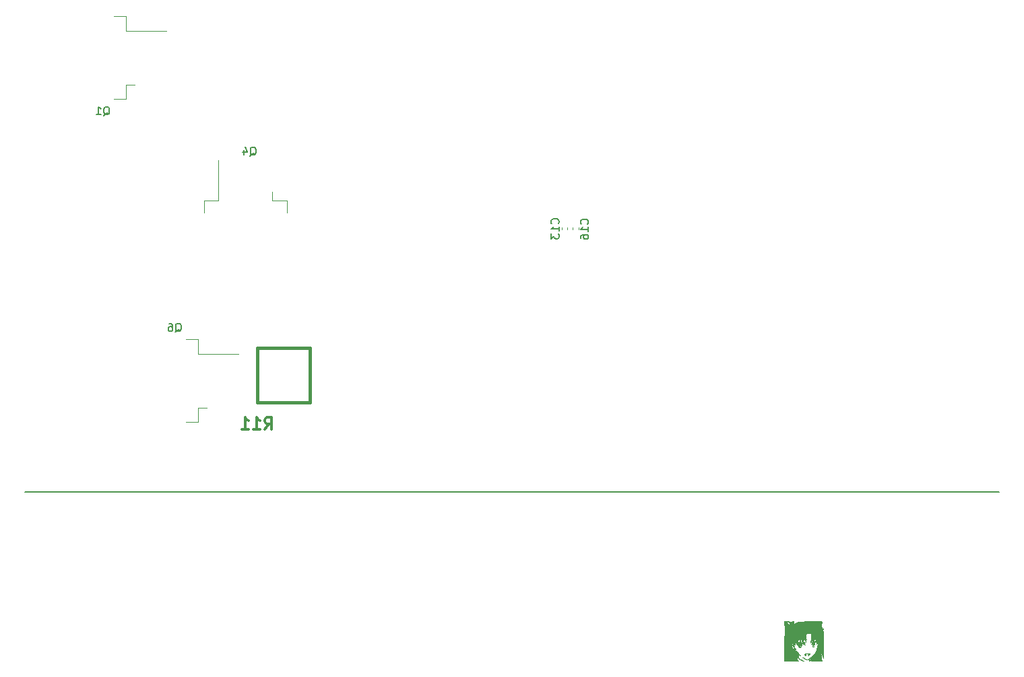
<source format=gbr>
G04 #@! TF.GenerationSoftware,KiCad,Pcbnew,(5.1.4)-1*
G04 #@! TF.CreationDate,2021-08-24T20:52:13-05:00*
G04 #@! TF.ProjectId,Mocos_2021,4d6f636f-735f-4323-9032-312e6b696361,rev?*
G04 #@! TF.SameCoordinates,Original*
G04 #@! TF.FileFunction,Legend,Bot*
G04 #@! TF.FilePolarity,Positive*
%FSLAX46Y46*%
G04 Gerber Fmt 4.6, Leading zero omitted, Abs format (unit mm)*
G04 Created by KiCad (PCBNEW (5.1.4)-1) date 2021-08-24 20:52:13*
%MOMM*%
%LPD*%
G04 APERTURE LIST*
%ADD10C,0.150000*%
%ADD11C,0.010000*%
%ADD12C,0.120000*%
%ADD13C,0.381000*%
%ADD14C,0.304800*%
G04 APERTURE END LIST*
D10*
X186944000Y-130429000D02*
X64516000Y-130429000D01*
D11*
G36*
X163833508Y-148705988D02*
G01*
X163831357Y-148707952D01*
X163810363Y-148754725D01*
X163811972Y-148784152D01*
X163822746Y-148809888D01*
X163827054Y-148801627D01*
X163837641Y-148753332D01*
X163846439Y-148725427D01*
X163853048Y-148694960D01*
X163833508Y-148705988D01*
X163833508Y-148705988D01*
G37*
X163833508Y-148705988D02*
X163831357Y-148707952D01*
X163810363Y-148754725D01*
X163811972Y-148784152D01*
X163822746Y-148809888D01*
X163827054Y-148801627D01*
X163837641Y-148753332D01*
X163846439Y-148725427D01*
X163853048Y-148694960D01*
X163833508Y-148705988D01*
G36*
X163830000Y-148856700D02*
G01*
X163842700Y-148869400D01*
X163855400Y-148856700D01*
X163842700Y-148844000D01*
X163830000Y-148856700D01*
X163830000Y-148856700D01*
G37*
X163830000Y-148856700D02*
X163842700Y-148869400D01*
X163855400Y-148856700D01*
X163842700Y-148844000D01*
X163830000Y-148856700D01*
G36*
X164084000Y-149085300D02*
G01*
X164096700Y-149098000D01*
X164109400Y-149085300D01*
X164096700Y-149072600D01*
X164084000Y-149085300D01*
X164084000Y-149085300D01*
G37*
X164084000Y-149085300D02*
X164096700Y-149098000D01*
X164109400Y-149085300D01*
X164096700Y-149072600D01*
X164084000Y-149085300D01*
G36*
X164058600Y-149136100D02*
G01*
X164071300Y-149148800D01*
X164084000Y-149136100D01*
X164071300Y-149123400D01*
X164058600Y-149136100D01*
X164058600Y-149136100D01*
G37*
X164058600Y-149136100D02*
X164071300Y-149148800D01*
X164084000Y-149136100D01*
X164071300Y-149123400D01*
X164058600Y-149136100D01*
G36*
X164058600Y-149186900D02*
G01*
X164071300Y-149199600D01*
X164084000Y-149186900D01*
X164071300Y-149174200D01*
X164058600Y-149186900D01*
X164058600Y-149186900D01*
G37*
X164058600Y-149186900D02*
X164071300Y-149199600D01*
X164084000Y-149186900D01*
X164071300Y-149174200D01*
X164058600Y-149186900D01*
G36*
X161721800Y-149085300D02*
G01*
X161734500Y-149098000D01*
X161747200Y-149085300D01*
X161734500Y-149072600D01*
X161721800Y-149085300D01*
X161721800Y-149085300D01*
G37*
X161721800Y-149085300D02*
X161734500Y-149098000D01*
X161747200Y-149085300D01*
X161734500Y-149072600D01*
X161721800Y-149085300D01*
G36*
X164642800Y-146850100D02*
G01*
X164655500Y-146862800D01*
X164668200Y-146850100D01*
X164655500Y-146837400D01*
X164642800Y-146850100D01*
X164642800Y-146850100D01*
G37*
X164642800Y-146850100D02*
X164655500Y-146862800D01*
X164668200Y-146850100D01*
X164655500Y-146837400D01*
X164642800Y-146850100D01*
G36*
X164642800Y-146977100D02*
G01*
X164655500Y-146989800D01*
X164668200Y-146977100D01*
X164655500Y-146964400D01*
X164642800Y-146977100D01*
X164642800Y-146977100D01*
G37*
X164642800Y-146977100D02*
X164655500Y-146989800D01*
X164668200Y-146977100D01*
X164655500Y-146964400D01*
X164642800Y-146977100D01*
G36*
X162420300Y-149380970D02*
G01*
X162471100Y-149402800D01*
X162530441Y-149421596D01*
X162560000Y-149426025D01*
X162585283Y-149423703D01*
X162566433Y-149406997D01*
X162560000Y-149402800D01*
X162502331Y-149382320D01*
X162471100Y-149379574D01*
X162420300Y-149380970D01*
X162420300Y-149380970D01*
G37*
X162420300Y-149380970D02*
X162471100Y-149402800D01*
X162530441Y-149421596D01*
X162560000Y-149426025D01*
X162585283Y-149423703D01*
X162566433Y-149406997D01*
X162560000Y-149402800D01*
X162502331Y-149382320D01*
X162471100Y-149379574D01*
X162420300Y-149380970D01*
G36*
X162466867Y-149512866D02*
G01*
X162470354Y-149527966D01*
X162483800Y-149529800D01*
X162504708Y-149520506D01*
X162500734Y-149512866D01*
X162470590Y-149509826D01*
X162466867Y-149512866D01*
X162466867Y-149512866D01*
G37*
X162466867Y-149512866D02*
X162470354Y-149527966D01*
X162483800Y-149529800D01*
X162504708Y-149520506D01*
X162500734Y-149512866D01*
X162470590Y-149509826D01*
X162466867Y-149512866D01*
G36*
X163550600Y-149771100D02*
G01*
X163563300Y-149783800D01*
X163576000Y-149771100D01*
X163563300Y-149758400D01*
X163550600Y-149771100D01*
X163550600Y-149771100D01*
G37*
X163550600Y-149771100D02*
X163563300Y-149783800D01*
X163576000Y-149771100D01*
X163563300Y-149758400D01*
X163550600Y-149771100D01*
G36*
X161781067Y-149817666D02*
G01*
X161778027Y-149847810D01*
X161781067Y-149851533D01*
X161796167Y-149848046D01*
X161798000Y-149834600D01*
X161788707Y-149813692D01*
X161781067Y-149817666D01*
X161781067Y-149817666D01*
G37*
X161781067Y-149817666D02*
X161778027Y-149847810D01*
X161781067Y-149851533D01*
X161796167Y-149848046D01*
X161798000Y-149834600D01*
X161788707Y-149813692D01*
X161781067Y-149817666D01*
G36*
X160982327Y-149667383D02*
G01*
X160948038Y-149721655D01*
X160934965Y-149762406D01*
X160948000Y-149768792D01*
X160979176Y-149739582D01*
X160984394Y-149733000D01*
X161023564Y-149691963D01*
X161052890Y-149691134D01*
X161064420Y-149700561D01*
X161082736Y-149737847D01*
X161067619Y-149792974D01*
X161066487Y-149795479D01*
X161051444Y-149880479D01*
X161060486Y-149916818D01*
X161076247Y-149951017D01*
X161083034Y-149942598D01*
X161085190Y-149893249D01*
X161094519Y-149822617D01*
X161114848Y-149794576D01*
X161140278Y-149803810D01*
X161164907Y-149845004D01*
X161182836Y-149912842D01*
X161188400Y-149986223D01*
X161199210Y-150072256D01*
X161225800Y-150149205D01*
X161231562Y-150159343D01*
X161274724Y-150228300D01*
X161206262Y-150166816D01*
X161151426Y-150125458D01*
X161125885Y-150119922D01*
X161135182Y-150145792D01*
X161176259Y-150190724D01*
X161227677Y-150229504D01*
X161278952Y-150254498D01*
X161317519Y-150262002D01*
X161330813Y-150248309D01*
X161325482Y-150234726D01*
X161298582Y-150192184D01*
X161259572Y-150134280D01*
X161259228Y-150133782D01*
X161221270Y-150037619D01*
X161217158Y-149953128D01*
X161215630Y-149881811D01*
X161197005Y-149823302D01*
X161153331Y-149757482D01*
X161126592Y-149724023D01*
X161030254Y-149606454D01*
X160982327Y-149667383D01*
X160982327Y-149667383D01*
G37*
X160982327Y-149667383D02*
X160948038Y-149721655D01*
X160934965Y-149762406D01*
X160948000Y-149768792D01*
X160979176Y-149739582D01*
X160984394Y-149733000D01*
X161023564Y-149691963D01*
X161052890Y-149691134D01*
X161064420Y-149700561D01*
X161082736Y-149737847D01*
X161067619Y-149792974D01*
X161066487Y-149795479D01*
X161051444Y-149880479D01*
X161060486Y-149916818D01*
X161076247Y-149951017D01*
X161083034Y-149942598D01*
X161085190Y-149893249D01*
X161094519Y-149822617D01*
X161114848Y-149794576D01*
X161140278Y-149803810D01*
X161164907Y-149845004D01*
X161182836Y-149912842D01*
X161188400Y-149986223D01*
X161199210Y-150072256D01*
X161225800Y-150149205D01*
X161231562Y-150159343D01*
X161274724Y-150228300D01*
X161206262Y-150166816D01*
X161151426Y-150125458D01*
X161125885Y-150119922D01*
X161135182Y-150145792D01*
X161176259Y-150190724D01*
X161227677Y-150229504D01*
X161278952Y-150254498D01*
X161317519Y-150262002D01*
X161330813Y-150248309D01*
X161325482Y-150234726D01*
X161298582Y-150192184D01*
X161259572Y-150134280D01*
X161259228Y-150133782D01*
X161221270Y-150037619D01*
X161217158Y-149953128D01*
X161215630Y-149881811D01*
X161197005Y-149823302D01*
X161153331Y-149757482D01*
X161126592Y-149724023D01*
X161030254Y-149606454D01*
X160982327Y-149667383D01*
G36*
X162864800Y-150837900D02*
G01*
X162877500Y-150850600D01*
X162890200Y-150837900D01*
X162877500Y-150825200D01*
X162864800Y-150837900D01*
X162864800Y-150837900D01*
G37*
X162864800Y-150837900D02*
X162877500Y-150850600D01*
X162890200Y-150837900D01*
X162877500Y-150825200D01*
X162864800Y-150837900D01*
G36*
X162941000Y-150837900D02*
G01*
X162953700Y-150850600D01*
X162966400Y-150837900D01*
X162953700Y-150825200D01*
X162941000Y-150837900D01*
X162941000Y-150837900D01*
G37*
X162941000Y-150837900D02*
X162953700Y-150850600D01*
X162966400Y-150837900D01*
X162953700Y-150825200D01*
X162941000Y-150837900D01*
G36*
X162610800Y-150888700D02*
G01*
X162623500Y-150901400D01*
X162636200Y-150888700D01*
X162623500Y-150876000D01*
X162610800Y-150888700D01*
X162610800Y-150888700D01*
G37*
X162610800Y-150888700D02*
X162623500Y-150901400D01*
X162636200Y-150888700D01*
X162623500Y-150876000D01*
X162610800Y-150888700D01*
G36*
X162991800Y-150914100D02*
G01*
X163004500Y-150926800D01*
X163017200Y-150914100D01*
X163004500Y-150901400D01*
X162991800Y-150914100D01*
X162991800Y-150914100D01*
G37*
X162991800Y-150914100D02*
X163004500Y-150926800D01*
X163017200Y-150914100D01*
X163004500Y-150901400D01*
X162991800Y-150914100D01*
G36*
X162757663Y-150769151D02*
G01*
X162662983Y-150786328D01*
X162578235Y-150808109D01*
X162520884Y-150831121D01*
X162510857Y-150838500D01*
X162488163Y-150871612D01*
X162495464Y-150911689D01*
X162509852Y-150940717D01*
X162553852Y-150999552D01*
X162597095Y-151034525D01*
X162632200Y-151050907D01*
X162628377Y-151037794D01*
X162614964Y-151020971D01*
X162594204Y-150976736D01*
X162597233Y-150953603D01*
X162594450Y-150937943D01*
X162574020Y-150942508D01*
X162540582Y-150944413D01*
X162542182Y-150914502D01*
X162571267Y-150867860D01*
X162587424Y-150857880D01*
X162555906Y-150857880D01*
X162549726Y-150872075D01*
X162524151Y-150899343D01*
X162509448Y-150893749D01*
X162509200Y-150890199D01*
X162527242Y-150868715D01*
X162538525Y-150860874D01*
X162555906Y-150857880D01*
X162587424Y-150857880D01*
X162609950Y-150843967D01*
X162678590Y-150823727D01*
X162763455Y-150808606D01*
X162850812Y-150800067D01*
X162926930Y-150799574D01*
X162978075Y-150808590D01*
X162991800Y-150823032D01*
X163005488Y-150842598D01*
X163014539Y-150839544D01*
X163041798Y-150845807D01*
X163050723Y-150860529D01*
X163045892Y-150907553D01*
X163012454Y-150970102D01*
X162960528Y-151030827D01*
X162942166Y-151046642D01*
X162919625Y-151071667D01*
X162924939Y-151078392D01*
X162953767Y-151062218D01*
X163004545Y-151019737D01*
X163045589Y-150980588D01*
X163114668Y-150902790D01*
X163140772Y-150847801D01*
X163123973Y-150811456D01*
X163064345Y-150789589D01*
X163048950Y-150786850D01*
X162972919Y-150774147D01*
X162912341Y-150763152D01*
X162906963Y-150762079D01*
X162844811Y-150759944D01*
X162757663Y-150769151D01*
X162757663Y-150769151D01*
G37*
X162757663Y-150769151D02*
X162662983Y-150786328D01*
X162578235Y-150808109D01*
X162520884Y-150831121D01*
X162510857Y-150838500D01*
X162488163Y-150871612D01*
X162495464Y-150911689D01*
X162509852Y-150940717D01*
X162553852Y-150999552D01*
X162597095Y-151034525D01*
X162632200Y-151050907D01*
X162628377Y-151037794D01*
X162614964Y-151020971D01*
X162594204Y-150976736D01*
X162597233Y-150953603D01*
X162594450Y-150937943D01*
X162574020Y-150942508D01*
X162540582Y-150944413D01*
X162542182Y-150914502D01*
X162571267Y-150867860D01*
X162587424Y-150857880D01*
X162555906Y-150857880D01*
X162549726Y-150872075D01*
X162524151Y-150899343D01*
X162509448Y-150893749D01*
X162509200Y-150890199D01*
X162527242Y-150868715D01*
X162538525Y-150860874D01*
X162555906Y-150857880D01*
X162587424Y-150857880D01*
X162609950Y-150843967D01*
X162678590Y-150823727D01*
X162763455Y-150808606D01*
X162850812Y-150800067D01*
X162926930Y-150799574D01*
X162978075Y-150808590D01*
X162991800Y-150823032D01*
X163005488Y-150842598D01*
X163014539Y-150839544D01*
X163041798Y-150845807D01*
X163050723Y-150860529D01*
X163045892Y-150907553D01*
X163012454Y-150970102D01*
X162960528Y-151030827D01*
X162942166Y-151046642D01*
X162919625Y-151071667D01*
X162924939Y-151078392D01*
X162953767Y-151062218D01*
X163004545Y-151019737D01*
X163045589Y-150980588D01*
X163114668Y-150902790D01*
X163140772Y-150847801D01*
X163123973Y-150811456D01*
X163064345Y-150789589D01*
X163048950Y-150786850D01*
X162972919Y-150774147D01*
X162912341Y-150763152D01*
X162906963Y-150762079D01*
X162844811Y-150759944D01*
X162757663Y-150769151D01*
G36*
X163152925Y-151535132D02*
G01*
X163144676Y-151588789D01*
X163144200Y-151611100D01*
X163145886Y-151681576D01*
X163153226Y-151710014D01*
X163169645Y-151705131D01*
X163178067Y-151697266D01*
X163192487Y-151657175D01*
X163193691Y-151597188D01*
X163182952Y-151543379D01*
X163169600Y-151523700D01*
X163152925Y-151535132D01*
X163152925Y-151535132D01*
G37*
X163152925Y-151535132D02*
X163144676Y-151588789D01*
X163144200Y-151611100D01*
X163145886Y-151681576D01*
X163153226Y-151710014D01*
X163169645Y-151705131D01*
X163178067Y-151697266D01*
X163192487Y-151657175D01*
X163193691Y-151597188D01*
X163182952Y-151543379D01*
X163169600Y-151523700D01*
X163152925Y-151535132D01*
G36*
X162820028Y-146761543D02*
G01*
X162532126Y-146762596D01*
X162291368Y-146764394D01*
X162095929Y-146766973D01*
X161943983Y-146770368D01*
X161833705Y-146774613D01*
X161763268Y-146779744D01*
X161730848Y-146785796D01*
X161728150Y-146788735D01*
X161709001Y-146809480D01*
X161652451Y-146840920D01*
X161569203Y-146877413D01*
X161534651Y-146890742D01*
X161431547Y-146932043D01*
X161338639Y-146974297D01*
X161272999Y-147009628D01*
X161264030Y-147015606D01*
X161213425Y-147049562D01*
X161183530Y-147065771D01*
X161182151Y-147066000D01*
X161169659Y-147043763D01*
X161148088Y-146985777D01*
X161124900Y-146913600D01*
X161078757Y-146761200D01*
X160920777Y-146761200D01*
X160829464Y-146763892D01*
X160773807Y-146774857D01*
X160738815Y-146798423D01*
X160722931Y-146818349D01*
X160683065Y-146875500D01*
X160681733Y-146818350D01*
X160679596Y-146795764D01*
X160669174Y-146780084D01*
X160642601Y-146770049D01*
X160592010Y-146764400D01*
X160509534Y-146761877D01*
X160387305Y-146761221D01*
X160324800Y-146761200D01*
X159969200Y-146761200D01*
X159969200Y-147110690D01*
X159969733Y-147251162D01*
X159972100Y-147349473D01*
X159977461Y-147414257D01*
X159986970Y-147454149D01*
X160001787Y-147477782D01*
X160020309Y-147492097D01*
X160071417Y-147524015D01*
X160020309Y-147624195D01*
X160010949Y-147643711D01*
X160002807Y-147665385D01*
X159995798Y-147692695D01*
X159989838Y-147729120D01*
X159984841Y-147778140D01*
X159980723Y-147843234D01*
X159977399Y-147927880D01*
X159974784Y-148035558D01*
X159972793Y-148169746D01*
X159971341Y-148333923D01*
X159970344Y-148531570D01*
X159969716Y-148766163D01*
X159969373Y-149041184D01*
X159969229Y-149360109D01*
X159969200Y-149719288D01*
X159969200Y-151714200D01*
X161709100Y-151711954D01*
X161612568Y-151661012D01*
X161549180Y-151621011D01*
X161507593Y-151582688D01*
X161501712Y-151572743D01*
X161493116Y-151510733D01*
X161497776Y-151421198D01*
X161512705Y-151322066D01*
X161534913Y-151231267D01*
X161561410Y-151166730D01*
X161571665Y-151153135D01*
X161619444Y-151113035D01*
X161646171Y-151115002D01*
X161657107Y-151162259D01*
X161658300Y-151206200D01*
X161654073Y-151269839D01*
X161643512Y-151305219D01*
X161639250Y-151307800D01*
X161624796Y-151286073D01*
X161620200Y-151245799D01*
X161610835Y-151192017D01*
X161594800Y-151168100D01*
X161576247Y-151177396D01*
X161569400Y-151221333D01*
X161594460Y-151300316D01*
X161668883Y-151383946D01*
X161791538Y-151471315D01*
X161961294Y-151561517D01*
X162036487Y-151595722D01*
X162147587Y-151642693D01*
X162244706Y-151680654D01*
X162316731Y-151705455D01*
X162350959Y-151713096D01*
X162349424Y-151703985D01*
X162308494Y-151680505D01*
X162236055Y-151646866D01*
X162191700Y-151628055D01*
X162073608Y-151575841D01*
X161951271Y-151516257D01*
X161849219Y-151461308D01*
X161840259Y-151456046D01*
X161692017Y-151367974D01*
X161687859Y-151084717D01*
X161683700Y-150801461D01*
X161804350Y-150920325D01*
X161864496Y-150976199D01*
X161907726Y-151009904D01*
X161924978Y-151014412D01*
X161925000Y-151013950D01*
X161907981Y-150985720D01*
X161862617Y-150932356D01*
X161797448Y-150863654D01*
X161770835Y-150837104D01*
X161684643Y-150748204D01*
X161600112Y-150654155D01*
X161533984Y-150573671D01*
X161527921Y-150565598D01*
X161444777Y-150473374D01*
X161362037Y-150424775D01*
X161350091Y-150421099D01*
X161258713Y-150378923D01*
X161155985Y-150305645D01*
X161056105Y-150214074D01*
X160973272Y-150117016D01*
X160926542Y-150039031D01*
X160896104Y-149943074D01*
X160880259Y-149834038D01*
X160878097Y-149723043D01*
X160888705Y-149621209D01*
X160911174Y-149539655D01*
X160944591Y-149489500D01*
X160972439Y-149479000D01*
X161011378Y-149495283D01*
X161071327Y-149537389D01*
X161121959Y-149580600D01*
X161183513Y-149635000D01*
X161230086Y-149671871D01*
X161248391Y-149682200D01*
X161262440Y-149661255D01*
X161264210Y-149612312D01*
X161255420Y-149556202D01*
X161237793Y-149513758D01*
X161234121Y-149509480D01*
X161216449Y-149484311D01*
X161234121Y-149479000D01*
X161262707Y-149495608D01*
X161264600Y-149504400D01*
X161283929Y-149529061D01*
X161290000Y-149529800D01*
X161303426Y-149506584D01*
X161312564Y-149445578D01*
X161315400Y-149372320D01*
X161318474Y-149284998D01*
X161328730Y-149246010D01*
X161347722Y-149255570D01*
X161377003Y-149313891D01*
X161404728Y-149384579D01*
X161443898Y-149476124D01*
X161475107Y-149518147D01*
X161498957Y-149511199D01*
X161510573Y-149481555D01*
X161541695Y-149438238D01*
X161591413Y-149428294D01*
X161658300Y-149428389D01*
X161578522Y-149477036D01*
X161510043Y-149524405D01*
X161485410Y-149564225D01*
X161502197Y-149609913D01*
X161545231Y-149661236D01*
X161592596Y-149711354D01*
X161612954Y-149726083D01*
X161613619Y-149707481D01*
X161606989Y-149678620D01*
X161603798Y-149621810D01*
X161618142Y-149594571D01*
X161637725Y-149603387D01*
X161645512Y-149658878D01*
X161645600Y-149668277D01*
X161659525Y-149759702D01*
X161695485Y-149861623D01*
X161744764Y-149954703D01*
X161798642Y-150019602D01*
X161806813Y-150025873D01*
X161850015Y-150046360D01*
X161902465Y-150059826D01*
X161948343Y-150064269D01*
X161971831Y-150057681D01*
X161967278Y-150046211D01*
X161968730Y-150017012D01*
X161990100Y-149985232D01*
X162012504Y-149945493D01*
X162005733Y-149926301D01*
X161972030Y-149930517D01*
X161950168Y-149949179D01*
X161895716Y-149984317D01*
X161836100Y-149972291D01*
X161779103Y-149915058D01*
X161772322Y-149904450D01*
X161734177Y-149836926D01*
X161725307Y-149802736D01*
X161745268Y-149794012D01*
X161766250Y-149796804D01*
X161824055Y-149805449D01*
X161843950Y-149807256D01*
X161866490Y-149821067D01*
X161864117Y-149830366D01*
X161871439Y-149849249D01*
X161885596Y-149851533D01*
X161909820Y-149834379D01*
X161908147Y-149820235D01*
X161910292Y-149782681D01*
X161944868Y-149769690D01*
X161998070Y-149784780D01*
X162012918Y-149793520D01*
X162051911Y-149815992D01*
X162072100Y-149809358D01*
X162084543Y-149764921D01*
X162090141Y-149732761D01*
X162096932Y-149644258D01*
X162091111Y-149560629D01*
X162089487Y-149552408D01*
X162071896Y-149472313D01*
X162169898Y-149490460D01*
X162243436Y-149515911D01*
X162333045Y-149563147D01*
X162400161Y-149608103D01*
X162486622Y-149670496D01*
X162536519Y-149700402D01*
X162549207Y-149697814D01*
X162524042Y-149662725D01*
X162473926Y-149608893D01*
X162417883Y-149544601D01*
X162402634Y-149507860D01*
X162411621Y-149498742D01*
X162412246Y-149485060D01*
X162373490Y-149464200D01*
X162349467Y-149455454D01*
X162284971Y-149426945D01*
X162263780Y-149395724D01*
X162264590Y-149389551D01*
X162199984Y-149389551D01*
X162183042Y-149399744D01*
X162131166Y-149395207D01*
X162100273Y-149390364D01*
X162027812Y-149375316D01*
X161977635Y-149358964D01*
X161968330Y-149353345D01*
X161964695Y-149330133D01*
X161901172Y-149330133D01*
X161898344Y-149370676D01*
X161873766Y-149368510D01*
X161839729Y-149339300D01*
X161796980Y-149305874D01*
X161776490Y-149308677D01*
X161781272Y-149337961D01*
X161778184Y-149361808D01*
X161740146Y-149375756D01*
X161676040Y-149382411D01*
X161604537Y-149386471D01*
X161558394Y-149388056D01*
X161550059Y-149387691D01*
X161556360Y-149365198D01*
X161579031Y-149307732D01*
X161613547Y-149226626D01*
X161622705Y-149205772D01*
X161679387Y-149092553D01*
X161727960Y-149028295D01*
X161754405Y-149012556D01*
X161817117Y-149009016D01*
X161845959Y-149042003D01*
X161848800Y-149068563D01*
X161854966Y-149117263D01*
X161870735Y-149193903D01*
X161883180Y-149244864D01*
X161901172Y-149330133D01*
X161964695Y-149330133D01*
X161963479Y-149322368D01*
X161966215Y-149257433D01*
X161974551Y-149174470D01*
X161986502Y-149089411D01*
X162000080Y-149018186D01*
X162013298Y-148976727D01*
X162015709Y-148973425D01*
X162038581Y-148975314D01*
X162068356Y-149022044D01*
X162106236Y-149115739D01*
X162122131Y-149161500D01*
X162152439Y-149249873D01*
X162178789Y-149324094D01*
X162192782Y-149361228D01*
X162199984Y-149389551D01*
X162264590Y-149389551D01*
X162265653Y-149381455D01*
X162277373Y-149336954D01*
X162296668Y-149259028D01*
X162319572Y-149163721D01*
X162321903Y-149153873D01*
X162345031Y-149059648D01*
X162363523Y-149004910D01*
X162384221Y-148979658D01*
X162413968Y-148973894D01*
X162443580Y-148976073D01*
X162486516Y-148983995D01*
X162514963Y-149005157D01*
X162537273Y-149051218D01*
X162561798Y-149133838D01*
X162564953Y-149145523D01*
X162595434Y-149250894D01*
X162616755Y-149306724D01*
X162628733Y-149312943D01*
X162631185Y-149269481D01*
X162623926Y-149176270D01*
X162623009Y-149167497D01*
X162614423Y-149077210D01*
X162614030Y-149027437D01*
X162623692Y-149008284D01*
X162645271Y-149009861D01*
X162652254Y-149012164D01*
X162684258Y-149021845D01*
X162676248Y-149010747D01*
X162651283Y-148990906D01*
X162627795Y-148967290D01*
X162617239Y-148939860D01*
X162500473Y-148939860D01*
X162468566Y-148939734D01*
X162436818Y-148923096D01*
X162417042Y-148899886D01*
X162419078Y-148890566D01*
X161823400Y-148890566D01*
X161807444Y-148936153D01*
X161782190Y-148945600D01*
X161755164Y-148939728D01*
X161765840Y-148913508D01*
X161775003Y-148901150D01*
X161805190Y-148861229D01*
X161816213Y-148846116D01*
X161821824Y-148858590D01*
X161823400Y-148890566D01*
X162419078Y-148890566D01*
X162423702Y-148869400D01*
X162052000Y-148869400D01*
X162042707Y-148890307D01*
X162035067Y-148886333D01*
X162032027Y-148856189D01*
X162035067Y-148852466D01*
X162050167Y-148855953D01*
X162052000Y-148869400D01*
X162423702Y-148869400D01*
X162425429Y-148861499D01*
X162442151Y-148828235D01*
X162468890Y-148782676D01*
X162480173Y-148779687D01*
X162482784Y-148810172D01*
X162490710Y-148874853D01*
X162499218Y-148905422D01*
X162500473Y-148939860D01*
X162617239Y-148939860D01*
X162615082Y-148934255D01*
X162611660Y-148879868D01*
X162616046Y-148792198D01*
X162620081Y-148739839D01*
X162633541Y-148577980D01*
X162645070Y-148459900D01*
X162656438Y-148378715D01*
X162669413Y-148327538D01*
X162685763Y-148299483D01*
X162707256Y-148287666D01*
X162735661Y-148285201D01*
X162736839Y-148285199D01*
X162794005Y-148279326D01*
X162822985Y-148267749D01*
X162868637Y-148249133D01*
X162931708Y-148247168D01*
X162981336Y-148262712D01*
X162982123Y-148263321D01*
X163035847Y-148278691D01*
X163105069Y-148266945D01*
X163137850Y-148251216D01*
X163165576Y-148246939D01*
X163169600Y-148256732D01*
X163191332Y-148273647D01*
X163238499Y-148277281D01*
X163279983Y-148278719D01*
X163303958Y-148298626D01*
X163319483Y-148349304D01*
X163328494Y-148399500D01*
X163340440Y-148543395D01*
X163336545Y-148722198D01*
X163318078Y-148922985D01*
X163286303Y-149132831D01*
X163242488Y-149338812D01*
X163232656Y-149377400D01*
X163227018Y-149414956D01*
X163241570Y-149406841D01*
X163275788Y-149353770D01*
X163329145Y-149256454D01*
X163347200Y-149221846D01*
X163405062Y-149121124D01*
X163449166Y-149069283D01*
X163479545Y-149066311D01*
X163496237Y-149112198D01*
X163499800Y-149175794D01*
X163493641Y-149263893D01*
X163473919Y-149309484D01*
X163461700Y-149317414D01*
X163428100Y-149341908D01*
X163423600Y-149353920D01*
X163442738Y-149364550D01*
X163467982Y-149358775D01*
X163495257Y-149351194D01*
X163494461Y-149366374D01*
X163465347Y-149413499D01*
X163441460Y-149456071D01*
X163442287Y-149469914D01*
X163446075Y-149468108D01*
X163463370Y-149469097D01*
X163458692Y-149490380D01*
X163437062Y-149524713D01*
X163426993Y-149529800D01*
X163403006Y-149549036D01*
X163375923Y-149586950D01*
X163355954Y-149623362D01*
X163364422Y-149621858D01*
X163374893Y-149612350D01*
X163414528Y-149584328D01*
X163437733Y-149596006D01*
X163447980Y-149651528D01*
X163449347Y-149701250D01*
X163454824Y-149817767D01*
X163472676Y-149893139D01*
X163506248Y-149936210D01*
X163544437Y-149952810D01*
X163602213Y-149953480D01*
X163649335Y-149914455D01*
X163653964Y-149908461D01*
X163685433Y-149856989D01*
X163683425Y-149836495D01*
X163650907Y-149852201D01*
X163631306Y-149868622D01*
X163572389Y-149906386D01*
X163527284Y-149896928D01*
X163500694Y-149861669D01*
X163478604Y-149809329D01*
X163487109Y-149773482D01*
X163532966Y-149738940D01*
X163562650Y-149722426D01*
X163624914Y-149693649D01*
X163664345Y-149692070D01*
X163691586Y-149708667D01*
X163733917Y-149725663D01*
X163761404Y-149694344D01*
X163773921Y-149615013D01*
X163772736Y-149510750D01*
X163764093Y-149352000D01*
X163874065Y-149352000D01*
X163947326Y-149356871D01*
X163986606Y-149376209D01*
X164005377Y-149409150D01*
X164013356Y-149479311D01*
X164003848Y-149526972D01*
X163988501Y-149582774D01*
X163995988Y-149597805D01*
X164020106Y-149572979D01*
X164049516Y-149520244D01*
X164081662Y-149462228D01*
X164108045Y-149430326D01*
X164113308Y-149428200D01*
X164122703Y-149409161D01*
X164117256Y-149386634D01*
X164115563Y-149356152D01*
X164137103Y-149356858D01*
X164165367Y-149391724D01*
X164176545Y-149467461D01*
X164171744Y-149577510D01*
X164152073Y-149715311D01*
X164118639Y-149874307D01*
X164072549Y-150047936D01*
X164014911Y-150229640D01*
X163967833Y-150359308D01*
X163912443Y-150492601D01*
X163852121Y-150610960D01*
X163781101Y-150721364D01*
X163693616Y-150830792D01*
X163583900Y-150946223D01*
X163446187Y-151074635D01*
X163274709Y-151223007D01*
X163207700Y-151279232D01*
X163082342Y-151383785D01*
X162989312Y-151459776D01*
X162921588Y-151510772D01*
X162872151Y-151540340D01*
X162833979Y-151552049D01*
X162800051Y-151549466D01*
X162763347Y-151536157D01*
X162730604Y-151521649D01*
X162656447Y-151485735D01*
X162558044Y-151433731D01*
X162454610Y-151375847D01*
X162437252Y-151365773D01*
X162338089Y-151309285D01*
X162269116Y-151272899D01*
X162233678Y-151257995D01*
X162235121Y-151265955D01*
X162276789Y-151298162D01*
X162281299Y-151301360D01*
X162379451Y-151364172D01*
X162523040Y-151445975D01*
X162687990Y-151534225D01*
X162777850Y-151576550D01*
X162843125Y-151588971D01*
X162901658Y-151569524D01*
X162971288Y-151516247D01*
X162988316Y-151501181D01*
X163048332Y-151447500D01*
X163030383Y-151580850D01*
X163021477Y-151668232D01*
X163023411Y-151707569D01*
X163034031Y-151699927D01*
X163051182Y-151646371D01*
X163070149Y-151561181D01*
X163089015Y-151478632D01*
X163107693Y-151418384D01*
X163119997Y-151395960D01*
X163146927Y-151405979D01*
X163188384Y-151447751D01*
X163234696Y-151508362D01*
X163276194Y-151574898D01*
X163303206Y-151634446D01*
X163306011Y-151644350D01*
X163322968Y-151714200D01*
X164673708Y-151714200D01*
X164656147Y-151644350D01*
X164625571Y-151510848D01*
X164595748Y-151359185D01*
X164567760Y-151197588D01*
X164542691Y-151034281D01*
X164521623Y-150877492D01*
X164505641Y-150735446D01*
X164495826Y-150616369D01*
X164493263Y-150528489D01*
X164499034Y-150480030D01*
X164502152Y-150474781D01*
X164513687Y-150482937D01*
X164515800Y-150503285D01*
X164524834Y-150539807D01*
X164549393Y-150613394D01*
X164585663Y-150714137D01*
X164629829Y-150832127D01*
X164678078Y-150957454D01*
X164726597Y-151080209D01*
X164771570Y-151190482D01*
X164809184Y-151278364D01*
X164835222Y-151333200D01*
X164842217Y-151340064D01*
X164848223Y-151330535D01*
X164853313Y-151301349D01*
X164857561Y-151249240D01*
X164861039Y-151170946D01*
X164863821Y-151063202D01*
X164865979Y-150922745D01*
X164867588Y-150746310D01*
X164868720Y-150530633D01*
X164869448Y-150272451D01*
X164869845Y-149968499D01*
X164869941Y-149795949D01*
X164204602Y-149795949D01*
X164201052Y-149843696D01*
X164200701Y-149847300D01*
X164189018Y-149919954D01*
X164170491Y-149991287D01*
X164149570Y-150048785D01*
X164130702Y-150079931D01*
X164119437Y-150075900D01*
X164122030Y-150040023D01*
X164138076Y-149971966D01*
X164160394Y-149898100D01*
X164186853Y-149819899D01*
X164200729Y-149786933D01*
X164204602Y-149795949D01*
X164869941Y-149795949D01*
X164869948Y-149783800D01*
X164869998Y-149456016D01*
X164869915Y-149326600D01*
X164170383Y-149326600D01*
X164144987Y-149318858D01*
X164124178Y-149311182D01*
X164089143Y-149279621D01*
X164084000Y-149260382D01*
X164062987Y-149231120D01*
X164036194Y-149225000D01*
X164007037Y-149220605D01*
X164006546Y-149218806D01*
X163906200Y-149218806D01*
X163753261Y-149276001D01*
X163672019Y-149308860D01*
X163611555Y-149337929D01*
X163586662Y-149355298D01*
X163557000Y-149377025D01*
X163553124Y-149377400D01*
X163554467Y-149356723D01*
X163575464Y-149301700D01*
X163611921Y-149222838D01*
X163626158Y-149194305D01*
X163674065Y-149102909D01*
X163709757Y-149047583D01*
X163742776Y-149018494D01*
X163782661Y-149005807D01*
X163812636Y-149002094D01*
X163906200Y-148992978D01*
X163906200Y-149218806D01*
X164006546Y-149218806D01*
X164000989Y-149198446D01*
X164015920Y-149145056D01*
X164021132Y-149129750D01*
X164053707Y-149058948D01*
X164084874Y-149038673D01*
X164113970Y-149068656D01*
X164140328Y-149148630D01*
X164147248Y-149180550D01*
X164161844Y-149258311D01*
X164170005Y-149311287D01*
X164170383Y-149326600D01*
X164869915Y-149326600D01*
X164869816Y-149174894D01*
X164869290Y-148936297D01*
X164869288Y-148935760D01*
X164100669Y-148935760D01*
X164096700Y-148945600D01*
X164073876Y-148969831D01*
X164069801Y-148971000D01*
X164058892Y-148951348D01*
X164058600Y-148945600D01*
X164065368Y-148937133D01*
X163498806Y-148937133D01*
X163490510Y-148996277D01*
X163469083Y-149028494D01*
X163468050Y-149028905D01*
X163437685Y-149035666D01*
X163431625Y-149019044D01*
X163449017Y-148969549D01*
X163460316Y-148943093D01*
X163497812Y-148856700D01*
X163498806Y-148937133D01*
X164065368Y-148937133D01*
X164068753Y-148932900D01*
X163884639Y-148932900D01*
X163805175Y-148935672D01*
X163750219Y-148930113D01*
X163736464Y-148910413D01*
X163736517Y-148910272D01*
X163747317Y-148871724D01*
X163764330Y-148800404D01*
X163779981Y-148729700D01*
X163804198Y-148630759D01*
X163825523Y-148569813D01*
X163842014Y-148550474D01*
X163851727Y-148576359D01*
X163853043Y-148593798D01*
X163857180Y-148652963D01*
X163864800Y-148738803D01*
X163870191Y-148793200D01*
X163884639Y-148932900D01*
X164068753Y-148932900D01*
X164078127Y-148921176D01*
X164085500Y-148920200D01*
X164100669Y-148935760D01*
X164869288Y-148935760D01*
X164868307Y-148736086D01*
X164866753Y-148570123D01*
X164864515Y-148434271D01*
X164861480Y-148324392D01*
X164857534Y-148236348D01*
X164852565Y-148166001D01*
X164846459Y-148109213D01*
X164839103Y-148061847D01*
X164830384Y-148019765D01*
X164820601Y-147980400D01*
X164792812Y-147873489D01*
X164777577Y-147806489D01*
X164774894Y-147770084D01*
X164784764Y-147754959D01*
X164807187Y-147751799D01*
X164820600Y-147751800D01*
X164863679Y-147739438D01*
X164867444Y-147708272D01*
X164835179Y-147667174D01*
X164774508Y-147627201D01*
X164680300Y-147553870D01*
X164630885Y-147474139D01*
X164595122Y-147404434D01*
X164561330Y-147353583D01*
X164551904Y-147343743D01*
X164533805Y-147315427D01*
X164540782Y-147269763D01*
X164555828Y-147230405D01*
X164574728Y-147158219D01*
X164585809Y-147070467D01*
X160575860Y-147070467D01*
X160570998Y-147104925D01*
X160547231Y-147115926D01*
X160521639Y-147116800D01*
X160464283Y-147098412D01*
X160405397Y-147038891D01*
X160389596Y-147017069D01*
X160327647Y-146946032D01*
X160256031Y-146888628D01*
X160233742Y-146876178D01*
X160177864Y-146846938D01*
X160148369Y-146826193D01*
X160147000Y-146823508D01*
X160170314Y-146817971D01*
X160231918Y-146813893D01*
X160319307Y-146812039D01*
X160334783Y-146812000D01*
X160435914Y-146813201D01*
X160497977Y-146823110D01*
X160532695Y-146851185D01*
X160551795Y-146906882D01*
X160566941Y-146999252D01*
X160575860Y-147070467D01*
X164585809Y-147070467D01*
X164587661Y-147055803D01*
X164592001Y-146952515D01*
X164592000Y-146761200D01*
X163156900Y-146761200D01*
X162820028Y-146761543D01*
X162820028Y-146761543D01*
G37*
X162820028Y-146761543D02*
X162532126Y-146762596D01*
X162291368Y-146764394D01*
X162095929Y-146766973D01*
X161943983Y-146770368D01*
X161833705Y-146774613D01*
X161763268Y-146779744D01*
X161730848Y-146785796D01*
X161728150Y-146788735D01*
X161709001Y-146809480D01*
X161652451Y-146840920D01*
X161569203Y-146877413D01*
X161534651Y-146890742D01*
X161431547Y-146932043D01*
X161338639Y-146974297D01*
X161272999Y-147009628D01*
X161264030Y-147015606D01*
X161213425Y-147049562D01*
X161183530Y-147065771D01*
X161182151Y-147066000D01*
X161169659Y-147043763D01*
X161148088Y-146985777D01*
X161124900Y-146913600D01*
X161078757Y-146761200D01*
X160920777Y-146761200D01*
X160829464Y-146763892D01*
X160773807Y-146774857D01*
X160738815Y-146798423D01*
X160722931Y-146818349D01*
X160683065Y-146875500D01*
X160681733Y-146818350D01*
X160679596Y-146795764D01*
X160669174Y-146780084D01*
X160642601Y-146770049D01*
X160592010Y-146764400D01*
X160509534Y-146761877D01*
X160387305Y-146761221D01*
X160324800Y-146761200D01*
X159969200Y-146761200D01*
X159969200Y-147110690D01*
X159969733Y-147251162D01*
X159972100Y-147349473D01*
X159977461Y-147414257D01*
X159986970Y-147454149D01*
X160001787Y-147477782D01*
X160020309Y-147492097D01*
X160071417Y-147524015D01*
X160020309Y-147624195D01*
X160010949Y-147643711D01*
X160002807Y-147665385D01*
X159995798Y-147692695D01*
X159989838Y-147729120D01*
X159984841Y-147778140D01*
X159980723Y-147843234D01*
X159977399Y-147927880D01*
X159974784Y-148035558D01*
X159972793Y-148169746D01*
X159971341Y-148333923D01*
X159970344Y-148531570D01*
X159969716Y-148766163D01*
X159969373Y-149041184D01*
X159969229Y-149360109D01*
X159969200Y-149719288D01*
X159969200Y-151714200D01*
X161709100Y-151711954D01*
X161612568Y-151661012D01*
X161549180Y-151621011D01*
X161507593Y-151582688D01*
X161501712Y-151572743D01*
X161493116Y-151510733D01*
X161497776Y-151421198D01*
X161512705Y-151322066D01*
X161534913Y-151231267D01*
X161561410Y-151166730D01*
X161571665Y-151153135D01*
X161619444Y-151113035D01*
X161646171Y-151115002D01*
X161657107Y-151162259D01*
X161658300Y-151206200D01*
X161654073Y-151269839D01*
X161643512Y-151305219D01*
X161639250Y-151307800D01*
X161624796Y-151286073D01*
X161620200Y-151245799D01*
X161610835Y-151192017D01*
X161594800Y-151168100D01*
X161576247Y-151177396D01*
X161569400Y-151221333D01*
X161594460Y-151300316D01*
X161668883Y-151383946D01*
X161791538Y-151471315D01*
X161961294Y-151561517D01*
X162036487Y-151595722D01*
X162147587Y-151642693D01*
X162244706Y-151680654D01*
X162316731Y-151705455D01*
X162350959Y-151713096D01*
X162349424Y-151703985D01*
X162308494Y-151680505D01*
X162236055Y-151646866D01*
X162191700Y-151628055D01*
X162073608Y-151575841D01*
X161951271Y-151516257D01*
X161849219Y-151461308D01*
X161840259Y-151456046D01*
X161692017Y-151367974D01*
X161687859Y-151084717D01*
X161683700Y-150801461D01*
X161804350Y-150920325D01*
X161864496Y-150976199D01*
X161907726Y-151009904D01*
X161924978Y-151014412D01*
X161925000Y-151013950D01*
X161907981Y-150985720D01*
X161862617Y-150932356D01*
X161797448Y-150863654D01*
X161770835Y-150837104D01*
X161684643Y-150748204D01*
X161600112Y-150654155D01*
X161533984Y-150573671D01*
X161527921Y-150565598D01*
X161444777Y-150473374D01*
X161362037Y-150424775D01*
X161350091Y-150421099D01*
X161258713Y-150378923D01*
X161155985Y-150305645D01*
X161056105Y-150214074D01*
X160973272Y-150117016D01*
X160926542Y-150039031D01*
X160896104Y-149943074D01*
X160880259Y-149834038D01*
X160878097Y-149723043D01*
X160888705Y-149621209D01*
X160911174Y-149539655D01*
X160944591Y-149489500D01*
X160972439Y-149479000D01*
X161011378Y-149495283D01*
X161071327Y-149537389D01*
X161121959Y-149580600D01*
X161183513Y-149635000D01*
X161230086Y-149671871D01*
X161248391Y-149682200D01*
X161262440Y-149661255D01*
X161264210Y-149612312D01*
X161255420Y-149556202D01*
X161237793Y-149513758D01*
X161234121Y-149509480D01*
X161216449Y-149484311D01*
X161234121Y-149479000D01*
X161262707Y-149495608D01*
X161264600Y-149504400D01*
X161283929Y-149529061D01*
X161290000Y-149529800D01*
X161303426Y-149506584D01*
X161312564Y-149445578D01*
X161315400Y-149372320D01*
X161318474Y-149284998D01*
X161328730Y-149246010D01*
X161347722Y-149255570D01*
X161377003Y-149313891D01*
X161404728Y-149384579D01*
X161443898Y-149476124D01*
X161475107Y-149518147D01*
X161498957Y-149511199D01*
X161510573Y-149481555D01*
X161541695Y-149438238D01*
X161591413Y-149428294D01*
X161658300Y-149428389D01*
X161578522Y-149477036D01*
X161510043Y-149524405D01*
X161485410Y-149564225D01*
X161502197Y-149609913D01*
X161545231Y-149661236D01*
X161592596Y-149711354D01*
X161612954Y-149726083D01*
X161613619Y-149707481D01*
X161606989Y-149678620D01*
X161603798Y-149621810D01*
X161618142Y-149594571D01*
X161637725Y-149603387D01*
X161645512Y-149658878D01*
X161645600Y-149668277D01*
X161659525Y-149759702D01*
X161695485Y-149861623D01*
X161744764Y-149954703D01*
X161798642Y-150019602D01*
X161806813Y-150025873D01*
X161850015Y-150046360D01*
X161902465Y-150059826D01*
X161948343Y-150064269D01*
X161971831Y-150057681D01*
X161967278Y-150046211D01*
X161968730Y-150017012D01*
X161990100Y-149985232D01*
X162012504Y-149945493D01*
X162005733Y-149926301D01*
X161972030Y-149930517D01*
X161950168Y-149949179D01*
X161895716Y-149984317D01*
X161836100Y-149972291D01*
X161779103Y-149915058D01*
X161772322Y-149904450D01*
X161734177Y-149836926D01*
X161725307Y-149802736D01*
X161745268Y-149794012D01*
X161766250Y-149796804D01*
X161824055Y-149805449D01*
X161843950Y-149807256D01*
X161866490Y-149821067D01*
X161864117Y-149830366D01*
X161871439Y-149849249D01*
X161885596Y-149851533D01*
X161909820Y-149834379D01*
X161908147Y-149820235D01*
X161910292Y-149782681D01*
X161944868Y-149769690D01*
X161998070Y-149784780D01*
X162012918Y-149793520D01*
X162051911Y-149815992D01*
X162072100Y-149809358D01*
X162084543Y-149764921D01*
X162090141Y-149732761D01*
X162096932Y-149644258D01*
X162091111Y-149560629D01*
X162089487Y-149552408D01*
X162071896Y-149472313D01*
X162169898Y-149490460D01*
X162243436Y-149515911D01*
X162333045Y-149563147D01*
X162400161Y-149608103D01*
X162486622Y-149670496D01*
X162536519Y-149700402D01*
X162549207Y-149697814D01*
X162524042Y-149662725D01*
X162473926Y-149608893D01*
X162417883Y-149544601D01*
X162402634Y-149507860D01*
X162411621Y-149498742D01*
X162412246Y-149485060D01*
X162373490Y-149464200D01*
X162349467Y-149455454D01*
X162284971Y-149426945D01*
X162263780Y-149395724D01*
X162264590Y-149389551D01*
X162199984Y-149389551D01*
X162183042Y-149399744D01*
X162131166Y-149395207D01*
X162100273Y-149390364D01*
X162027812Y-149375316D01*
X161977635Y-149358964D01*
X161968330Y-149353345D01*
X161964695Y-149330133D01*
X161901172Y-149330133D01*
X161898344Y-149370676D01*
X161873766Y-149368510D01*
X161839729Y-149339300D01*
X161796980Y-149305874D01*
X161776490Y-149308677D01*
X161781272Y-149337961D01*
X161778184Y-149361808D01*
X161740146Y-149375756D01*
X161676040Y-149382411D01*
X161604537Y-149386471D01*
X161558394Y-149388056D01*
X161550059Y-149387691D01*
X161556360Y-149365198D01*
X161579031Y-149307732D01*
X161613547Y-149226626D01*
X161622705Y-149205772D01*
X161679387Y-149092553D01*
X161727960Y-149028295D01*
X161754405Y-149012556D01*
X161817117Y-149009016D01*
X161845959Y-149042003D01*
X161848800Y-149068563D01*
X161854966Y-149117263D01*
X161870735Y-149193903D01*
X161883180Y-149244864D01*
X161901172Y-149330133D01*
X161964695Y-149330133D01*
X161963479Y-149322368D01*
X161966215Y-149257433D01*
X161974551Y-149174470D01*
X161986502Y-149089411D01*
X162000080Y-149018186D01*
X162013298Y-148976727D01*
X162015709Y-148973425D01*
X162038581Y-148975314D01*
X162068356Y-149022044D01*
X162106236Y-149115739D01*
X162122131Y-149161500D01*
X162152439Y-149249873D01*
X162178789Y-149324094D01*
X162192782Y-149361228D01*
X162199984Y-149389551D01*
X162264590Y-149389551D01*
X162265653Y-149381455D01*
X162277373Y-149336954D01*
X162296668Y-149259028D01*
X162319572Y-149163721D01*
X162321903Y-149153873D01*
X162345031Y-149059648D01*
X162363523Y-149004910D01*
X162384221Y-148979658D01*
X162413968Y-148973894D01*
X162443580Y-148976073D01*
X162486516Y-148983995D01*
X162514963Y-149005157D01*
X162537273Y-149051218D01*
X162561798Y-149133838D01*
X162564953Y-149145523D01*
X162595434Y-149250894D01*
X162616755Y-149306724D01*
X162628733Y-149312943D01*
X162631185Y-149269481D01*
X162623926Y-149176270D01*
X162623009Y-149167497D01*
X162614423Y-149077210D01*
X162614030Y-149027437D01*
X162623692Y-149008284D01*
X162645271Y-149009861D01*
X162652254Y-149012164D01*
X162684258Y-149021845D01*
X162676248Y-149010747D01*
X162651283Y-148990906D01*
X162627795Y-148967290D01*
X162617239Y-148939860D01*
X162500473Y-148939860D01*
X162468566Y-148939734D01*
X162436818Y-148923096D01*
X162417042Y-148899886D01*
X162419078Y-148890566D01*
X161823400Y-148890566D01*
X161807444Y-148936153D01*
X161782190Y-148945600D01*
X161755164Y-148939728D01*
X161765840Y-148913508D01*
X161775003Y-148901150D01*
X161805190Y-148861229D01*
X161816213Y-148846116D01*
X161821824Y-148858590D01*
X161823400Y-148890566D01*
X162419078Y-148890566D01*
X162423702Y-148869400D01*
X162052000Y-148869400D01*
X162042707Y-148890307D01*
X162035067Y-148886333D01*
X162032027Y-148856189D01*
X162035067Y-148852466D01*
X162050167Y-148855953D01*
X162052000Y-148869400D01*
X162423702Y-148869400D01*
X162425429Y-148861499D01*
X162442151Y-148828235D01*
X162468890Y-148782676D01*
X162480173Y-148779687D01*
X162482784Y-148810172D01*
X162490710Y-148874853D01*
X162499218Y-148905422D01*
X162500473Y-148939860D01*
X162617239Y-148939860D01*
X162615082Y-148934255D01*
X162611660Y-148879868D01*
X162616046Y-148792198D01*
X162620081Y-148739839D01*
X162633541Y-148577980D01*
X162645070Y-148459900D01*
X162656438Y-148378715D01*
X162669413Y-148327538D01*
X162685763Y-148299483D01*
X162707256Y-148287666D01*
X162735661Y-148285201D01*
X162736839Y-148285199D01*
X162794005Y-148279326D01*
X162822985Y-148267749D01*
X162868637Y-148249133D01*
X162931708Y-148247168D01*
X162981336Y-148262712D01*
X162982123Y-148263321D01*
X163035847Y-148278691D01*
X163105069Y-148266945D01*
X163137850Y-148251216D01*
X163165576Y-148246939D01*
X163169600Y-148256732D01*
X163191332Y-148273647D01*
X163238499Y-148277281D01*
X163279983Y-148278719D01*
X163303958Y-148298626D01*
X163319483Y-148349304D01*
X163328494Y-148399500D01*
X163340440Y-148543395D01*
X163336545Y-148722198D01*
X163318078Y-148922985D01*
X163286303Y-149132831D01*
X163242488Y-149338812D01*
X163232656Y-149377400D01*
X163227018Y-149414956D01*
X163241570Y-149406841D01*
X163275788Y-149353770D01*
X163329145Y-149256454D01*
X163347200Y-149221846D01*
X163405062Y-149121124D01*
X163449166Y-149069283D01*
X163479545Y-149066311D01*
X163496237Y-149112198D01*
X163499800Y-149175794D01*
X163493641Y-149263893D01*
X163473919Y-149309484D01*
X163461700Y-149317414D01*
X163428100Y-149341908D01*
X163423600Y-149353920D01*
X163442738Y-149364550D01*
X163467982Y-149358775D01*
X163495257Y-149351194D01*
X163494461Y-149366374D01*
X163465347Y-149413499D01*
X163441460Y-149456071D01*
X163442287Y-149469914D01*
X163446075Y-149468108D01*
X163463370Y-149469097D01*
X163458692Y-149490380D01*
X163437062Y-149524713D01*
X163426993Y-149529800D01*
X163403006Y-149549036D01*
X163375923Y-149586950D01*
X163355954Y-149623362D01*
X163364422Y-149621858D01*
X163374893Y-149612350D01*
X163414528Y-149584328D01*
X163437733Y-149596006D01*
X163447980Y-149651528D01*
X163449347Y-149701250D01*
X163454824Y-149817767D01*
X163472676Y-149893139D01*
X163506248Y-149936210D01*
X163544437Y-149952810D01*
X163602213Y-149953480D01*
X163649335Y-149914455D01*
X163653964Y-149908461D01*
X163685433Y-149856989D01*
X163683425Y-149836495D01*
X163650907Y-149852201D01*
X163631306Y-149868622D01*
X163572389Y-149906386D01*
X163527284Y-149896928D01*
X163500694Y-149861669D01*
X163478604Y-149809329D01*
X163487109Y-149773482D01*
X163532966Y-149738940D01*
X163562650Y-149722426D01*
X163624914Y-149693649D01*
X163664345Y-149692070D01*
X163691586Y-149708667D01*
X163733917Y-149725663D01*
X163761404Y-149694344D01*
X163773921Y-149615013D01*
X163772736Y-149510750D01*
X163764093Y-149352000D01*
X163874065Y-149352000D01*
X163947326Y-149356871D01*
X163986606Y-149376209D01*
X164005377Y-149409150D01*
X164013356Y-149479311D01*
X164003848Y-149526972D01*
X163988501Y-149582774D01*
X163995988Y-149597805D01*
X164020106Y-149572979D01*
X164049516Y-149520244D01*
X164081662Y-149462228D01*
X164108045Y-149430326D01*
X164113308Y-149428200D01*
X164122703Y-149409161D01*
X164117256Y-149386634D01*
X164115563Y-149356152D01*
X164137103Y-149356858D01*
X164165367Y-149391724D01*
X164176545Y-149467461D01*
X164171744Y-149577510D01*
X164152073Y-149715311D01*
X164118639Y-149874307D01*
X164072549Y-150047936D01*
X164014911Y-150229640D01*
X163967833Y-150359308D01*
X163912443Y-150492601D01*
X163852121Y-150610960D01*
X163781101Y-150721364D01*
X163693616Y-150830792D01*
X163583900Y-150946223D01*
X163446187Y-151074635D01*
X163274709Y-151223007D01*
X163207700Y-151279232D01*
X163082342Y-151383785D01*
X162989312Y-151459776D01*
X162921588Y-151510772D01*
X162872151Y-151540340D01*
X162833979Y-151552049D01*
X162800051Y-151549466D01*
X162763347Y-151536157D01*
X162730604Y-151521649D01*
X162656447Y-151485735D01*
X162558044Y-151433731D01*
X162454610Y-151375847D01*
X162437252Y-151365773D01*
X162338089Y-151309285D01*
X162269116Y-151272899D01*
X162233678Y-151257995D01*
X162235121Y-151265955D01*
X162276789Y-151298162D01*
X162281299Y-151301360D01*
X162379451Y-151364172D01*
X162523040Y-151445975D01*
X162687990Y-151534225D01*
X162777850Y-151576550D01*
X162843125Y-151588971D01*
X162901658Y-151569524D01*
X162971288Y-151516247D01*
X162988316Y-151501181D01*
X163048332Y-151447500D01*
X163030383Y-151580850D01*
X163021477Y-151668232D01*
X163023411Y-151707569D01*
X163034031Y-151699927D01*
X163051182Y-151646371D01*
X163070149Y-151561181D01*
X163089015Y-151478632D01*
X163107693Y-151418384D01*
X163119997Y-151395960D01*
X163146927Y-151405979D01*
X163188384Y-151447751D01*
X163234696Y-151508362D01*
X163276194Y-151574898D01*
X163303206Y-151634446D01*
X163306011Y-151644350D01*
X163322968Y-151714200D01*
X164673708Y-151714200D01*
X164656147Y-151644350D01*
X164625571Y-151510848D01*
X164595748Y-151359185D01*
X164567760Y-151197588D01*
X164542691Y-151034281D01*
X164521623Y-150877492D01*
X164505641Y-150735446D01*
X164495826Y-150616369D01*
X164493263Y-150528489D01*
X164499034Y-150480030D01*
X164502152Y-150474781D01*
X164513687Y-150482937D01*
X164515800Y-150503285D01*
X164524834Y-150539807D01*
X164549393Y-150613394D01*
X164585663Y-150714137D01*
X164629829Y-150832127D01*
X164678078Y-150957454D01*
X164726597Y-151080209D01*
X164771570Y-151190482D01*
X164809184Y-151278364D01*
X164835222Y-151333200D01*
X164842217Y-151340064D01*
X164848223Y-151330535D01*
X164853313Y-151301349D01*
X164857561Y-151249240D01*
X164861039Y-151170946D01*
X164863821Y-151063202D01*
X164865979Y-150922745D01*
X164867588Y-150746310D01*
X164868720Y-150530633D01*
X164869448Y-150272451D01*
X164869845Y-149968499D01*
X164869941Y-149795949D01*
X164204602Y-149795949D01*
X164201052Y-149843696D01*
X164200701Y-149847300D01*
X164189018Y-149919954D01*
X164170491Y-149991287D01*
X164149570Y-150048785D01*
X164130702Y-150079931D01*
X164119437Y-150075900D01*
X164122030Y-150040023D01*
X164138076Y-149971966D01*
X164160394Y-149898100D01*
X164186853Y-149819899D01*
X164200729Y-149786933D01*
X164204602Y-149795949D01*
X164869941Y-149795949D01*
X164869948Y-149783800D01*
X164869998Y-149456016D01*
X164869915Y-149326600D01*
X164170383Y-149326600D01*
X164144987Y-149318858D01*
X164124178Y-149311182D01*
X164089143Y-149279621D01*
X164084000Y-149260382D01*
X164062987Y-149231120D01*
X164036194Y-149225000D01*
X164007037Y-149220605D01*
X164006546Y-149218806D01*
X163906200Y-149218806D01*
X163753261Y-149276001D01*
X163672019Y-149308860D01*
X163611555Y-149337929D01*
X163586662Y-149355298D01*
X163557000Y-149377025D01*
X163553124Y-149377400D01*
X163554467Y-149356723D01*
X163575464Y-149301700D01*
X163611921Y-149222838D01*
X163626158Y-149194305D01*
X163674065Y-149102909D01*
X163709757Y-149047583D01*
X163742776Y-149018494D01*
X163782661Y-149005807D01*
X163812636Y-149002094D01*
X163906200Y-148992978D01*
X163906200Y-149218806D01*
X164006546Y-149218806D01*
X164000989Y-149198446D01*
X164015920Y-149145056D01*
X164021132Y-149129750D01*
X164053707Y-149058948D01*
X164084874Y-149038673D01*
X164113970Y-149068656D01*
X164140328Y-149148630D01*
X164147248Y-149180550D01*
X164161844Y-149258311D01*
X164170005Y-149311287D01*
X164170383Y-149326600D01*
X164869915Y-149326600D01*
X164869816Y-149174894D01*
X164869290Y-148936297D01*
X164869288Y-148935760D01*
X164100669Y-148935760D01*
X164096700Y-148945600D01*
X164073876Y-148969831D01*
X164069801Y-148971000D01*
X164058892Y-148951348D01*
X164058600Y-148945600D01*
X164065368Y-148937133D01*
X163498806Y-148937133D01*
X163490510Y-148996277D01*
X163469083Y-149028494D01*
X163468050Y-149028905D01*
X163437685Y-149035666D01*
X163431625Y-149019044D01*
X163449017Y-148969549D01*
X163460316Y-148943093D01*
X163497812Y-148856700D01*
X163498806Y-148937133D01*
X164065368Y-148937133D01*
X164068753Y-148932900D01*
X163884639Y-148932900D01*
X163805175Y-148935672D01*
X163750219Y-148930113D01*
X163736464Y-148910413D01*
X163736517Y-148910272D01*
X163747317Y-148871724D01*
X163764330Y-148800404D01*
X163779981Y-148729700D01*
X163804198Y-148630759D01*
X163825523Y-148569813D01*
X163842014Y-148550474D01*
X163851727Y-148576359D01*
X163853043Y-148593798D01*
X163857180Y-148652963D01*
X163864800Y-148738803D01*
X163870191Y-148793200D01*
X163884639Y-148932900D01*
X164068753Y-148932900D01*
X164078127Y-148921176D01*
X164085500Y-148920200D01*
X164100669Y-148935760D01*
X164869288Y-148935760D01*
X164868307Y-148736086D01*
X164866753Y-148570123D01*
X164864515Y-148434271D01*
X164861480Y-148324392D01*
X164857534Y-148236348D01*
X164852565Y-148166001D01*
X164846459Y-148109213D01*
X164839103Y-148061847D01*
X164830384Y-148019765D01*
X164820601Y-147980400D01*
X164792812Y-147873489D01*
X164777577Y-147806489D01*
X164774894Y-147770084D01*
X164784764Y-147754959D01*
X164807187Y-147751799D01*
X164820600Y-147751800D01*
X164863679Y-147739438D01*
X164867444Y-147708272D01*
X164835179Y-147667174D01*
X164774508Y-147627201D01*
X164680300Y-147553870D01*
X164630885Y-147474139D01*
X164595122Y-147404434D01*
X164561330Y-147353583D01*
X164551904Y-147343743D01*
X164533805Y-147315427D01*
X164540782Y-147269763D01*
X164555828Y-147230405D01*
X164574728Y-147158219D01*
X164585809Y-147070467D01*
X160575860Y-147070467D01*
X160570998Y-147104925D01*
X160547231Y-147115926D01*
X160521639Y-147116800D01*
X160464283Y-147098412D01*
X160405397Y-147038891D01*
X160389596Y-147017069D01*
X160327647Y-146946032D01*
X160256031Y-146888628D01*
X160233742Y-146876178D01*
X160177864Y-146846938D01*
X160148369Y-146826193D01*
X160147000Y-146823508D01*
X160170314Y-146817971D01*
X160231918Y-146813893D01*
X160319307Y-146812039D01*
X160334783Y-146812000D01*
X160435914Y-146813201D01*
X160497977Y-146823110D01*
X160532695Y-146851185D01*
X160551795Y-146906882D01*
X160566941Y-146999252D01*
X160575860Y-147070467D01*
X164585809Y-147070467D01*
X164587661Y-147055803D01*
X164592001Y-146952515D01*
X164592000Y-146761200D01*
X163156900Y-146761200D01*
X162820028Y-146761543D01*
D12*
X84762000Y-111259000D02*
X86262000Y-111259000D01*
X86262000Y-111259000D02*
X86262000Y-113069000D01*
X86262000Y-113069000D02*
X91387000Y-113069000D01*
X84762000Y-121659000D02*
X86262000Y-121659000D01*
X86262000Y-121659000D02*
X86262000Y-119849000D01*
X86262000Y-119849000D02*
X87362000Y-119849000D01*
X87002000Y-95324000D02*
X87002000Y-93824000D01*
X87002000Y-93824000D02*
X88812000Y-93824000D01*
X88812000Y-93824000D02*
X88812000Y-88699000D01*
X97402000Y-95324000D02*
X97402000Y-93824000D01*
X97402000Y-93824000D02*
X95592000Y-93824000D01*
X95592000Y-93824000D02*
X95592000Y-92724000D01*
X75691000Y-70619000D02*
X77191000Y-70619000D01*
X77191000Y-70619000D02*
X77191000Y-72429000D01*
X77191000Y-72429000D02*
X82316000Y-72429000D01*
X75691000Y-81019000D02*
X77191000Y-81019000D01*
X77191000Y-81019000D02*
X77191000Y-79209000D01*
X77191000Y-79209000D02*
X78291000Y-79209000D01*
D13*
X100330000Y-112331500D02*
X100330000Y-119189500D01*
X93726000Y-112331500D02*
X100330000Y-112331500D01*
X93726000Y-119189500D02*
X93726000Y-112331500D01*
X100330000Y-119189500D02*
X93726000Y-119189500D01*
D12*
X134091000Y-97225665D02*
X134091000Y-97457335D01*
X133371000Y-97225665D02*
X133371000Y-97457335D01*
X132694000Y-97225665D02*
X132694000Y-97457335D01*
X131974000Y-97225665D02*
X131974000Y-97457335D01*
D10*
X83407238Y-110356619D02*
X83502476Y-110309000D01*
X83597714Y-110213761D01*
X83740571Y-110070904D01*
X83835809Y-110023285D01*
X83931047Y-110023285D01*
X83883428Y-110261380D02*
X83978666Y-110213761D01*
X84073904Y-110118523D01*
X84121523Y-109928047D01*
X84121523Y-109594714D01*
X84073904Y-109404238D01*
X83978666Y-109309000D01*
X83883428Y-109261380D01*
X83692952Y-109261380D01*
X83597714Y-109309000D01*
X83502476Y-109404238D01*
X83454857Y-109594714D01*
X83454857Y-109928047D01*
X83502476Y-110118523D01*
X83597714Y-110213761D01*
X83692952Y-110261380D01*
X83883428Y-110261380D01*
X82597714Y-109261380D02*
X82788190Y-109261380D01*
X82883428Y-109309000D01*
X82931047Y-109356619D01*
X83026285Y-109499476D01*
X83073904Y-109689952D01*
X83073904Y-110070904D01*
X83026285Y-110166142D01*
X82978666Y-110213761D01*
X82883428Y-110261380D01*
X82692952Y-110261380D01*
X82597714Y-110213761D01*
X82550095Y-110166142D01*
X82502476Y-110070904D01*
X82502476Y-109832809D01*
X82550095Y-109737571D01*
X82597714Y-109689952D01*
X82692952Y-109642333D01*
X82883428Y-109642333D01*
X82978666Y-109689952D01*
X83026285Y-109737571D01*
X83073904Y-109832809D01*
X92805238Y-88177619D02*
X92900476Y-88130000D01*
X92995714Y-88034761D01*
X93138571Y-87891904D01*
X93233809Y-87844285D01*
X93329047Y-87844285D01*
X93281428Y-88082380D02*
X93376666Y-88034761D01*
X93471904Y-87939523D01*
X93519523Y-87749047D01*
X93519523Y-87415714D01*
X93471904Y-87225238D01*
X93376666Y-87130000D01*
X93281428Y-87082380D01*
X93090952Y-87082380D01*
X92995714Y-87130000D01*
X92900476Y-87225238D01*
X92852857Y-87415714D01*
X92852857Y-87749047D01*
X92900476Y-87939523D01*
X92995714Y-88034761D01*
X93090952Y-88082380D01*
X93281428Y-88082380D01*
X91995714Y-87415714D02*
X91995714Y-88082380D01*
X92233809Y-87034761D02*
X92471904Y-87749047D01*
X91852857Y-87749047D01*
X74390238Y-83097619D02*
X74485476Y-83050000D01*
X74580714Y-82954761D01*
X74723571Y-82811904D01*
X74818809Y-82764285D01*
X74914047Y-82764285D01*
X74866428Y-83002380D02*
X74961666Y-82954761D01*
X75056904Y-82859523D01*
X75104523Y-82669047D01*
X75104523Y-82335714D01*
X75056904Y-82145238D01*
X74961666Y-82050000D01*
X74866428Y-82002380D01*
X74675952Y-82002380D01*
X74580714Y-82050000D01*
X74485476Y-82145238D01*
X74437857Y-82335714D01*
X74437857Y-82669047D01*
X74485476Y-82859523D01*
X74580714Y-82954761D01*
X74675952Y-83002380D01*
X74866428Y-83002380D01*
X73485476Y-83002380D02*
X74056904Y-83002380D01*
X73771190Y-83002380D02*
X73771190Y-82002380D01*
X73866428Y-82145238D01*
X73961666Y-82240476D01*
X74056904Y-82288095D01*
D14*
X94642214Y-122609428D02*
X95150214Y-121883714D01*
X95513071Y-122609428D02*
X95513071Y-121085428D01*
X94932500Y-121085428D01*
X94787357Y-121158000D01*
X94714785Y-121230571D01*
X94642214Y-121375714D01*
X94642214Y-121593428D01*
X94714785Y-121738571D01*
X94787357Y-121811142D01*
X94932500Y-121883714D01*
X95513071Y-121883714D01*
X93190785Y-122609428D02*
X94061642Y-122609428D01*
X93626214Y-122609428D02*
X93626214Y-121085428D01*
X93771357Y-121303142D01*
X93916500Y-121448285D01*
X94061642Y-121520857D01*
X91739357Y-122609428D02*
X92610214Y-122609428D01*
X92174785Y-122609428D02*
X92174785Y-121085428D01*
X92319928Y-121303142D01*
X92465071Y-121448285D01*
X92610214Y-121520857D01*
D10*
X135231142Y-96766142D02*
X135278761Y-96718523D01*
X135326380Y-96575666D01*
X135326380Y-96480428D01*
X135278761Y-96337571D01*
X135183523Y-96242333D01*
X135088285Y-96194714D01*
X134897809Y-96147095D01*
X134754952Y-96147095D01*
X134564476Y-96194714D01*
X134469238Y-96242333D01*
X134374000Y-96337571D01*
X134326380Y-96480428D01*
X134326380Y-96575666D01*
X134374000Y-96718523D01*
X134421619Y-96766142D01*
X135326380Y-97718523D02*
X135326380Y-97147095D01*
X135326380Y-97432809D02*
X134326380Y-97432809D01*
X134469238Y-97337571D01*
X134564476Y-97242333D01*
X134612095Y-97147095D01*
X134326380Y-98575666D02*
X134326380Y-98385190D01*
X134374000Y-98289952D01*
X134421619Y-98242333D01*
X134564476Y-98147095D01*
X134754952Y-98099476D01*
X135135904Y-98099476D01*
X135231142Y-98147095D01*
X135278761Y-98194714D01*
X135326380Y-98289952D01*
X135326380Y-98480428D01*
X135278761Y-98575666D01*
X135231142Y-98623285D01*
X135135904Y-98670904D01*
X134897809Y-98670904D01*
X134802571Y-98623285D01*
X134754952Y-98575666D01*
X134707333Y-98480428D01*
X134707333Y-98289952D01*
X134754952Y-98194714D01*
X134802571Y-98147095D01*
X134897809Y-98099476D01*
X131531142Y-96698642D02*
X131578761Y-96651023D01*
X131626380Y-96508166D01*
X131626380Y-96412928D01*
X131578761Y-96270071D01*
X131483523Y-96174833D01*
X131388285Y-96127214D01*
X131197809Y-96079595D01*
X131054952Y-96079595D01*
X130864476Y-96127214D01*
X130769238Y-96174833D01*
X130674000Y-96270071D01*
X130626380Y-96412928D01*
X130626380Y-96508166D01*
X130674000Y-96651023D01*
X130721619Y-96698642D01*
X131626380Y-97651023D02*
X131626380Y-97079595D01*
X131626380Y-97365309D02*
X130626380Y-97365309D01*
X130769238Y-97270071D01*
X130864476Y-97174833D01*
X130912095Y-97079595D01*
X130626380Y-97984357D02*
X130626380Y-98603404D01*
X131007333Y-98270071D01*
X131007333Y-98412928D01*
X131054952Y-98508166D01*
X131102571Y-98555785D01*
X131197809Y-98603404D01*
X131435904Y-98603404D01*
X131531142Y-98555785D01*
X131578761Y-98508166D01*
X131626380Y-98412928D01*
X131626380Y-98127214D01*
X131578761Y-98031976D01*
X131531142Y-97984357D01*
M02*

</source>
